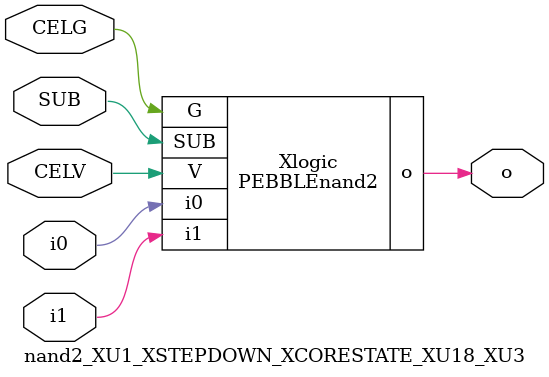
<source format=v>



module PEBBLEnand2 ( o, G, SUB, V, i0, i1 );

  input i0;
  input V;
  input i1;
  input G;
  output o;
  input SUB;
endmodule

//Celera Confidential Do Not Copy nand2_XU1_XSTEPDOWN_XCORESTATE_XU18_XU3
//Celera Confidential Symbol Generator
//5V NAND2
module nand2_XU1_XSTEPDOWN_XCORESTATE_XU18_XU3 (CELV,CELG,i0,i1,o,SUB);
input CELV;
input CELG;
input i0;
input i1;
input SUB;
output o;

//Celera Confidential Do Not Copy nand2
PEBBLEnand2 Xlogic(
.V (CELV),
.i0 (i0),
.i1 (i1),
.o (o),
.SUB (SUB),
.G (CELG)
);
//,diesize,PEBBLEnand2

//Celera Confidential Do Not Copy Module End
//Celera Schematic Generator
endmodule

</source>
